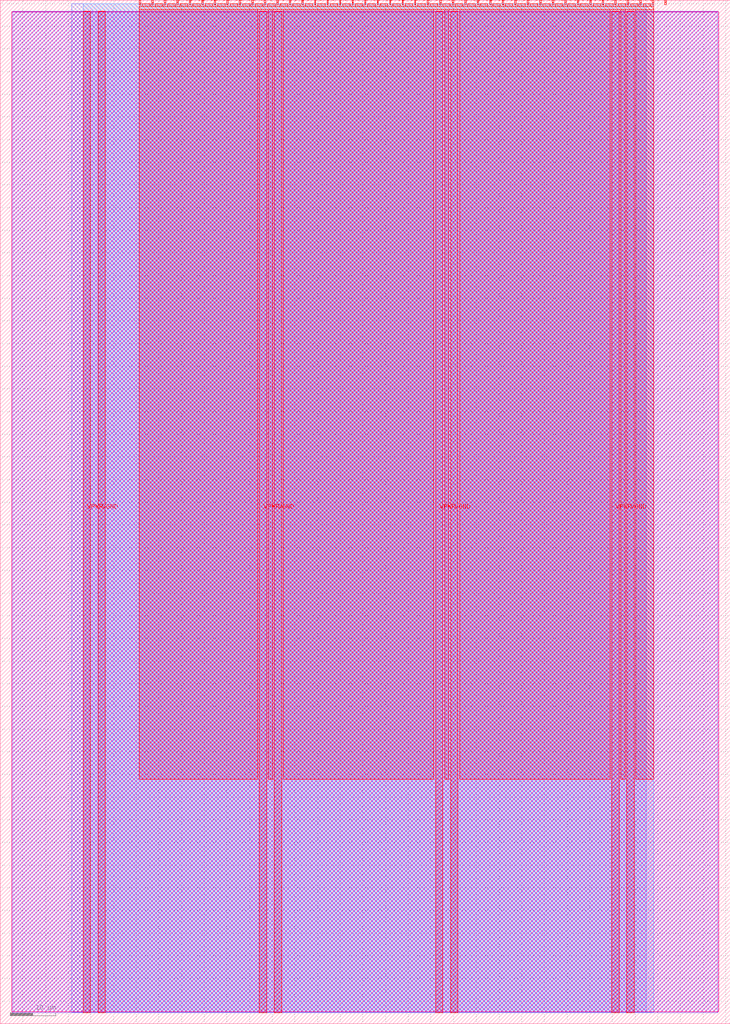
<source format=lef>
VERSION 5.7 ;
  NOWIREEXTENSIONATPIN ON ;
  DIVIDERCHAR "/" ;
  BUSBITCHARS "[]" ;
MACRO tt_um_libokuohai_asap_cpu_v1
  CLASS BLOCK ;
  FOREIGN tt_um_libokuohai_asap_cpu_v1 ;
  ORIGIN 0.000 0.000 ;
  SIZE 161.000 BY 225.760 ;
  PIN VGND
    DIRECTION INOUT ;
    USE GROUND ;
    PORT
      LAYER met4 ;
        RECT 21.580 2.480 23.180 223.280 ;
    END
    PORT
      LAYER met4 ;
        RECT 60.450 2.480 62.050 223.280 ;
    END
    PORT
      LAYER met4 ;
        RECT 99.320 2.480 100.920 223.280 ;
    END
    PORT
      LAYER met4 ;
        RECT 138.190 2.480 139.790 223.280 ;
    END
  END VGND
  PIN VPWR
    DIRECTION INOUT ;
    USE POWER ;
    PORT
      LAYER met4 ;
        RECT 18.280 2.480 19.880 223.280 ;
    END
    PORT
      LAYER met4 ;
        RECT 57.150 2.480 58.750 223.280 ;
    END
    PORT
      LAYER met4 ;
        RECT 96.020 2.480 97.620 223.280 ;
    END
    PORT
      LAYER met4 ;
        RECT 134.890 2.480 136.490 223.280 ;
    END
  END VPWR
  PIN clk
    DIRECTION INPUT ;
    USE SIGNAL ;
    ANTENNAGATEAREA 0.852000 ;
    PORT
      LAYER met4 ;
        RECT 143.830 224.760 144.130 225.760 ;
    END
  END clk
  PIN ena
    DIRECTION INPUT ;
    USE SIGNAL ;
    PORT
      LAYER met4 ;
        RECT 146.590 224.760 146.890 225.760 ;
    END
  END ena
  PIN rst_n
    DIRECTION INPUT ;
    USE SIGNAL ;
    ANTENNAGATEAREA 0.196500 ;
    PORT
      LAYER met4 ;
        RECT 141.070 224.760 141.370 225.760 ;
    END
  END rst_n
  PIN ui_in[0]
    DIRECTION INPUT ;
    USE SIGNAL ;
    ANTENNAGATEAREA 0.196500 ;
    PORT
      LAYER met4 ;
        RECT 138.310 224.760 138.610 225.760 ;
    END
  END ui_in[0]
  PIN ui_in[1]
    DIRECTION INPUT ;
    USE SIGNAL ;
    PORT
      LAYER met4 ;
        RECT 135.550 224.760 135.850 225.760 ;
    END
  END ui_in[1]
  PIN ui_in[2]
    DIRECTION INPUT ;
    USE SIGNAL ;
    PORT
      LAYER met4 ;
        RECT 132.790 224.760 133.090 225.760 ;
    END
  END ui_in[2]
  PIN ui_in[3]
    DIRECTION INPUT ;
    USE SIGNAL ;
    PORT
      LAYER met4 ;
        RECT 130.030 224.760 130.330 225.760 ;
    END
  END ui_in[3]
  PIN ui_in[4]
    DIRECTION INPUT ;
    USE SIGNAL ;
    PORT
      LAYER met4 ;
        RECT 127.270 224.760 127.570 225.760 ;
    END
  END ui_in[4]
  PIN ui_in[5]
    DIRECTION INPUT ;
    USE SIGNAL ;
    PORT
      LAYER met4 ;
        RECT 124.510 224.760 124.810 225.760 ;
    END
  END ui_in[5]
  PIN ui_in[6]
    DIRECTION INPUT ;
    USE SIGNAL ;
    PORT
      LAYER met4 ;
        RECT 121.750 224.760 122.050 225.760 ;
    END
  END ui_in[6]
  PIN ui_in[7]
    DIRECTION INPUT ;
    USE SIGNAL ;
    PORT
      LAYER met4 ;
        RECT 118.990 224.760 119.290 225.760 ;
    END
  END ui_in[7]
  PIN uio_in[0]
    DIRECTION INPUT ;
    USE SIGNAL ;
    PORT
      LAYER met4 ;
        RECT 116.230 224.760 116.530 225.760 ;
    END
  END uio_in[0]
  PIN uio_in[1]
    DIRECTION INPUT ;
    USE SIGNAL ;
    PORT
      LAYER met4 ;
        RECT 113.470 224.760 113.770 225.760 ;
    END
  END uio_in[1]
  PIN uio_in[2]
    DIRECTION INPUT ;
    USE SIGNAL ;
    PORT
      LAYER met4 ;
        RECT 110.710 224.760 111.010 225.760 ;
    END
  END uio_in[2]
  PIN uio_in[3]
    DIRECTION INPUT ;
    USE SIGNAL ;
    PORT
      LAYER met4 ;
        RECT 107.950 224.760 108.250 225.760 ;
    END
  END uio_in[3]
  PIN uio_in[4]
    DIRECTION INPUT ;
    USE SIGNAL ;
    PORT
      LAYER met4 ;
        RECT 105.190 224.760 105.490 225.760 ;
    END
  END uio_in[4]
  PIN uio_in[5]
    DIRECTION INPUT ;
    USE SIGNAL ;
    PORT
      LAYER met4 ;
        RECT 102.430 224.760 102.730 225.760 ;
    END
  END uio_in[5]
  PIN uio_in[6]
    DIRECTION INPUT ;
    USE SIGNAL ;
    PORT
      LAYER met4 ;
        RECT 99.670 224.760 99.970 225.760 ;
    END
  END uio_in[6]
  PIN uio_in[7]
    DIRECTION INPUT ;
    USE SIGNAL ;
    PORT
      LAYER met4 ;
        RECT 96.910 224.760 97.210 225.760 ;
    END
  END uio_in[7]
  PIN uio_oe[0]
    DIRECTION OUTPUT ;
    USE SIGNAL ;
    PORT
      LAYER met4 ;
        RECT 49.990 224.760 50.290 225.760 ;
    END
  END uio_oe[0]
  PIN uio_oe[1]
    DIRECTION OUTPUT ;
    USE SIGNAL ;
    PORT
      LAYER met4 ;
        RECT 47.230 224.760 47.530 225.760 ;
    END
  END uio_oe[1]
  PIN uio_oe[2]
    DIRECTION OUTPUT ;
    USE SIGNAL ;
    PORT
      LAYER met4 ;
        RECT 44.470 224.760 44.770 225.760 ;
    END
  END uio_oe[2]
  PIN uio_oe[3]
    DIRECTION OUTPUT ;
    USE SIGNAL ;
    PORT
      LAYER met4 ;
        RECT 41.710 224.760 42.010 225.760 ;
    END
  END uio_oe[3]
  PIN uio_oe[4]
    DIRECTION OUTPUT ;
    USE SIGNAL ;
    PORT
      LAYER met4 ;
        RECT 38.950 224.760 39.250 225.760 ;
    END
  END uio_oe[4]
  PIN uio_oe[5]
    DIRECTION OUTPUT ;
    USE SIGNAL ;
    PORT
      LAYER met4 ;
        RECT 36.190 224.760 36.490 225.760 ;
    END
  END uio_oe[5]
  PIN uio_oe[6]
    DIRECTION OUTPUT ;
    USE SIGNAL ;
    PORT
      LAYER met4 ;
        RECT 33.430 224.760 33.730 225.760 ;
    END
  END uio_oe[6]
  PIN uio_oe[7]
    DIRECTION OUTPUT ;
    USE SIGNAL ;
    PORT
      LAYER met4 ;
        RECT 30.670 224.760 30.970 225.760 ;
    END
  END uio_oe[7]
  PIN uio_out[0]
    DIRECTION OUTPUT ;
    USE SIGNAL ;
    ANTENNAGATEAREA 0.378000 ;
    ANTENNADIFFAREA 0.891000 ;
    PORT
      LAYER met4 ;
        RECT 72.070 224.760 72.370 225.760 ;
    END
  END uio_out[0]
  PIN uio_out[1]
    DIRECTION OUTPUT ;
    USE SIGNAL ;
    ANTENNAGATEAREA 0.378000 ;
    ANTENNADIFFAREA 1.320000 ;
    PORT
      LAYER met4 ;
        RECT 69.310 224.760 69.610 225.760 ;
    END
  END uio_out[1]
  PIN uio_out[2]
    DIRECTION OUTPUT ;
    USE SIGNAL ;
    ANTENNAGATEAREA 0.378000 ;
    ANTENNADIFFAREA 1.320000 ;
    PORT
      LAYER met4 ;
        RECT 66.550 224.760 66.850 225.760 ;
    END
  END uio_out[2]
  PIN uio_out[3]
    DIRECTION OUTPUT ;
    USE SIGNAL ;
    PORT
      LAYER met4 ;
        RECT 63.790 224.760 64.090 225.760 ;
    END
  END uio_out[3]
  PIN uio_out[4]
    DIRECTION OUTPUT ;
    USE SIGNAL ;
    PORT
      LAYER met4 ;
        RECT 61.030 224.760 61.330 225.760 ;
    END
  END uio_out[4]
  PIN uio_out[5]
    DIRECTION OUTPUT ;
    USE SIGNAL ;
    PORT
      LAYER met4 ;
        RECT 58.270 224.760 58.570 225.760 ;
    END
  END uio_out[5]
  PIN uio_out[6]
    DIRECTION OUTPUT ;
    USE SIGNAL ;
    PORT
      LAYER met4 ;
        RECT 55.510 224.760 55.810 225.760 ;
    END
  END uio_out[6]
  PIN uio_out[7]
    DIRECTION OUTPUT ;
    USE SIGNAL ;
    PORT
      LAYER met4 ;
        RECT 52.750 224.760 53.050 225.760 ;
    END
  END uio_out[7]
  PIN uo_out[0]
    DIRECTION OUTPUT ;
    USE SIGNAL ;
    ANTENNADIFFAREA 0.891000 ;
    PORT
      LAYER met4 ;
        RECT 94.150 224.760 94.450 225.760 ;
    END
  END uo_out[0]
  PIN uo_out[1]
    DIRECTION OUTPUT ;
    USE SIGNAL ;
    ANTENNADIFFAREA 0.891000 ;
    PORT
      LAYER met4 ;
        RECT 91.390 224.760 91.690 225.760 ;
    END
  END uo_out[1]
  PIN uo_out[2]
    DIRECTION OUTPUT ;
    USE SIGNAL ;
    ANTENNADIFFAREA 0.891000 ;
    PORT
      LAYER met4 ;
        RECT 88.630 224.760 88.930 225.760 ;
    END
  END uo_out[2]
  PIN uo_out[3]
    DIRECTION OUTPUT ;
    USE SIGNAL ;
    ANTENNADIFFAREA 0.891000 ;
    PORT
      LAYER met4 ;
        RECT 85.870 224.760 86.170 225.760 ;
    END
  END uo_out[3]
  PIN uo_out[4]
    DIRECTION OUTPUT ;
    USE SIGNAL ;
    ANTENNADIFFAREA 0.891000 ;
    PORT
      LAYER met4 ;
        RECT 83.110 224.760 83.410 225.760 ;
    END
  END uo_out[4]
  PIN uo_out[5]
    DIRECTION OUTPUT ;
    USE SIGNAL ;
    ANTENNADIFFAREA 0.891000 ;
    PORT
      LAYER met4 ;
        RECT 80.350 224.760 80.650 225.760 ;
    END
  END uo_out[5]
  PIN uo_out[6]
    DIRECTION OUTPUT ;
    USE SIGNAL ;
    ANTENNADIFFAREA 0.891000 ;
    PORT
      LAYER met4 ;
        RECT 77.590 224.760 77.890 225.760 ;
    END
  END uo_out[6]
  PIN uo_out[7]
    DIRECTION OUTPUT ;
    USE SIGNAL ;
    ANTENNADIFFAREA 0.445500 ;
    PORT
      LAYER met4 ;
        RECT 74.830 224.760 75.130 225.760 ;
    END
  END uo_out[7]
  OBS
      LAYER nwell ;
        RECT 2.570 2.635 158.430 223.230 ;
      LAYER li1 ;
        RECT 2.760 2.635 158.240 223.125 ;
      LAYER met1 ;
        RECT 2.760 2.480 158.240 223.280 ;
      LAYER met2 ;
        RECT 15.740 2.535 142.510 224.925 ;
      LAYER met3 ;
        RECT 18.290 2.555 144.170 224.905 ;
      LAYER met4 ;
        RECT 31.370 224.360 33.030 224.905 ;
        RECT 34.130 224.360 35.790 224.905 ;
        RECT 36.890 224.360 38.550 224.905 ;
        RECT 39.650 224.360 41.310 224.905 ;
        RECT 42.410 224.360 44.070 224.905 ;
        RECT 45.170 224.360 46.830 224.905 ;
        RECT 47.930 224.360 49.590 224.905 ;
        RECT 50.690 224.360 52.350 224.905 ;
        RECT 53.450 224.360 55.110 224.905 ;
        RECT 56.210 224.360 57.870 224.905 ;
        RECT 58.970 224.360 60.630 224.905 ;
        RECT 61.730 224.360 63.390 224.905 ;
        RECT 64.490 224.360 66.150 224.905 ;
        RECT 67.250 224.360 68.910 224.905 ;
        RECT 70.010 224.360 71.670 224.905 ;
        RECT 72.770 224.360 74.430 224.905 ;
        RECT 75.530 224.360 77.190 224.905 ;
        RECT 78.290 224.360 79.950 224.905 ;
        RECT 81.050 224.360 82.710 224.905 ;
        RECT 83.810 224.360 85.470 224.905 ;
        RECT 86.570 224.360 88.230 224.905 ;
        RECT 89.330 224.360 90.990 224.905 ;
        RECT 92.090 224.360 93.750 224.905 ;
        RECT 94.850 224.360 96.510 224.905 ;
        RECT 97.610 224.360 99.270 224.905 ;
        RECT 100.370 224.360 102.030 224.905 ;
        RECT 103.130 224.360 104.790 224.905 ;
        RECT 105.890 224.360 107.550 224.905 ;
        RECT 108.650 224.360 110.310 224.905 ;
        RECT 111.410 224.360 113.070 224.905 ;
        RECT 114.170 224.360 115.830 224.905 ;
        RECT 116.930 224.360 118.590 224.905 ;
        RECT 119.690 224.360 121.350 224.905 ;
        RECT 122.450 224.360 124.110 224.905 ;
        RECT 125.210 224.360 126.870 224.905 ;
        RECT 127.970 224.360 129.630 224.905 ;
        RECT 130.730 224.360 132.390 224.905 ;
        RECT 133.490 224.360 135.150 224.905 ;
        RECT 136.250 224.360 137.910 224.905 ;
        RECT 139.010 224.360 140.670 224.905 ;
        RECT 141.770 224.360 143.430 224.905 ;
        RECT 30.655 223.680 144.145 224.360 ;
        RECT 30.655 53.895 56.750 223.680 ;
        RECT 59.150 53.895 60.050 223.680 ;
        RECT 62.450 53.895 95.620 223.680 ;
        RECT 98.020 53.895 98.920 223.680 ;
        RECT 101.320 53.895 134.490 223.680 ;
        RECT 136.890 53.895 137.790 223.680 ;
        RECT 140.190 53.895 144.145 223.680 ;
  END
END tt_um_libokuohai_asap_cpu_v1
END LIBRARY


</source>
